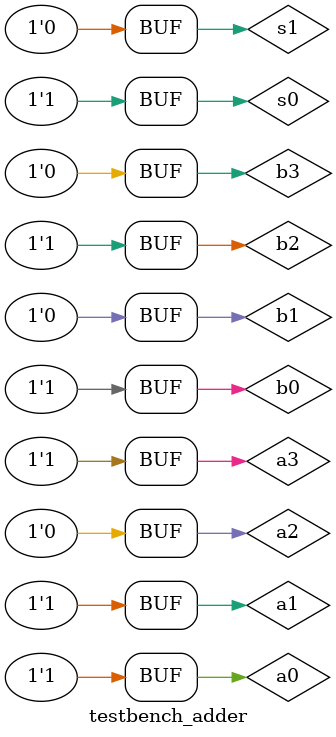
<source format=v>
`include "main_module.v"

module testbench_adder;

reg s0, s1, a0, a1, a2, a3, b0, b1, b2, b3;
wire s0_as, s1_as, s2_as, s3_as, carry_as, a_gt_b, a_eq_b, a_st_b, ab_0, ab_1, ab_2, ab_3;

main_module uut1 (
    .s0(s0), .s1(s1), .a0(a0), .a1(a1), .a2(a2), .a3(a3),
    .b0(b0), .b1(b1), .b2(b2), .b3(b3),
    .s0_as(s0_as), .s1_as(s1_as), .s2_as(s2_as), .s3_as(s3_as),
    .carry_as(carry_as), .a_gt_b(a_gt_b), .a_eq_b(a_eq_b),
    .a_st_b(a_st_b), .ab_0(ab_0), .ab_1(ab_1), .ab_2(ab_2), .ab_3(ab_3)
);

initial
    begin

    $dumpfile("subtractor.vcd");
    $dumpvars(0);

    s0 = 1'b1; s1 = 1'b0;

    // Demonstrating Addition

    a0 = 1'b1; a1 = 1'b0; a2 = 1'b1; a3 = 1'b0;
    b0 = 1'b1; b1 = 1'b0; b2 = 1'b0; b3 = 1'b1;
    #10
    a0 = 1'b0; a1 = 1'b0; a2 = 1'b0; a3 = 1'b1;
    b0 = 1'b0; b1 = 1'b1; b2 = 1'b1; b3 = 1'b0;
    #10
    a0 = 1'b1; a1 = 1'b1; a2 = 1'b0; a3 = 1'b1;
    b0 = 1'b0; b1 = 1'b1; b2 = 1'b0; b3 = 1'b0;
    #10
    a0 = 1'b0; a1 = 1'b1; a2 = 1'b1; a3 = 1'b0;
    b0 = 1'b1; b1 = 1'b1; b2 = 1'b1; b3 = 1'b0;
    #10 //Ignore below test case
    a0 = 1'b1; a1 = 1'b1; a2 = 1'b0; a3 = 1'b1;
    b0 = 1'b1; b1 = 1'b0; b2 = 1'b1; b3 = 1'b0;
    end
endmodule

</source>
